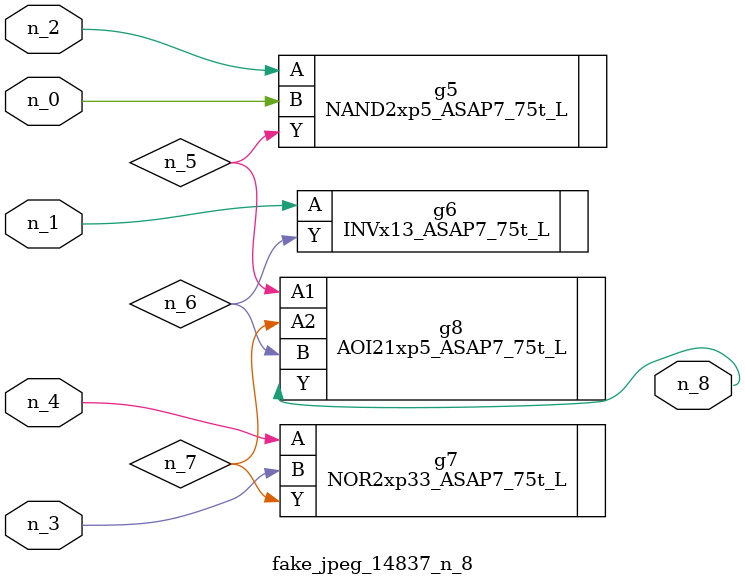
<source format=v>
module fake_jpeg_14837_n_8 (n_3, n_2, n_1, n_0, n_4, n_8);

input n_3;
input n_2;
input n_1;
input n_0;
input n_4;

output n_8;

wire n_6;
wire n_5;
wire n_7;

NAND2xp5_ASAP7_75t_L g5 ( 
.A(n_2),
.B(n_0),
.Y(n_5)
);

INVx13_ASAP7_75t_L g6 ( 
.A(n_1),
.Y(n_6)
);

NOR2xp33_ASAP7_75t_L g7 ( 
.A(n_4),
.B(n_3),
.Y(n_7)
);

AOI21xp5_ASAP7_75t_L g8 ( 
.A1(n_5),
.A2(n_7),
.B(n_6),
.Y(n_8)
);


endmodule
</source>
